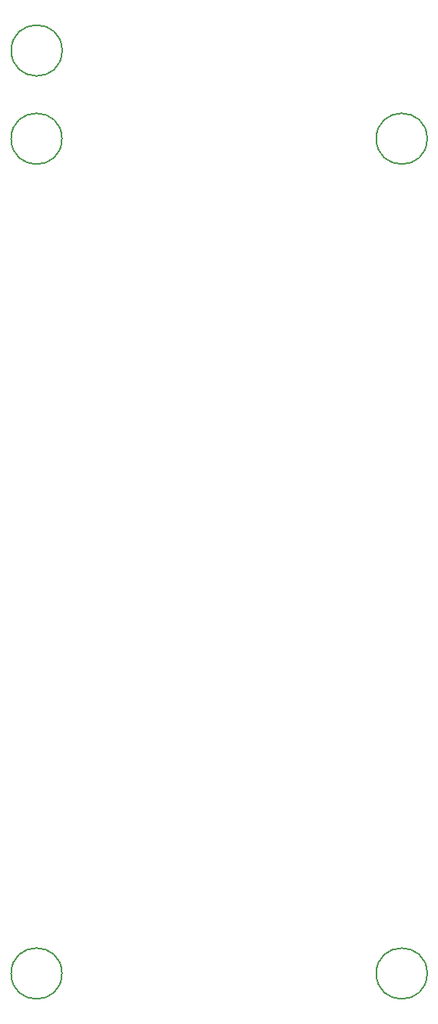
<source format=gbr>
%TF.GenerationSoftware,KiCad,Pcbnew,(7.0.0-rc2-224-g3ecd6ec186)*%
%TF.CreationDate,2023-03-31T14:22:28+02:00*%
%TF.ProjectId,208_Timbre_Workshop,3230385f-5469-46d6-9272-655f576f726b,1*%
%TF.SameCoordinates,Original*%
%TF.FileFunction,Other,Comment*%
%FSLAX46Y46*%
G04 Gerber Fmt 4.6, Leading zero omitted, Abs format (unit mm)*
G04 Created by KiCad (PCBNEW (7.0.0-rc2-224-g3ecd6ec186)) date 2023-03-31 14:22:28*
%MOMM*%
%LPD*%
G01*
G04 APERTURE LIST*
%ADD10C,0.150000*%
G04 APERTURE END LIST*
D10*
%TO.C,REF\u002A\u002A*%
X32077600Y108338000D02*
G75*
G03*
X32077600Y108338000I-2800000J0D01*
G01*
X72317600Y108338000D02*
G75*
G03*
X72317600Y108338000I-2800000J0D01*
G01*
X32077600Y16471000D02*
G75*
G03*
X32077600Y16471000I-2800000J0D01*
G01*
X72317600Y16471000D02*
G75*
G03*
X72317600Y16471000I-2800000J0D01*
G01*
X32097600Y118043923D02*
G75*
G03*
X32097600Y118043923I-2800000J0D01*
G01*
%TD*%
M02*

</source>
